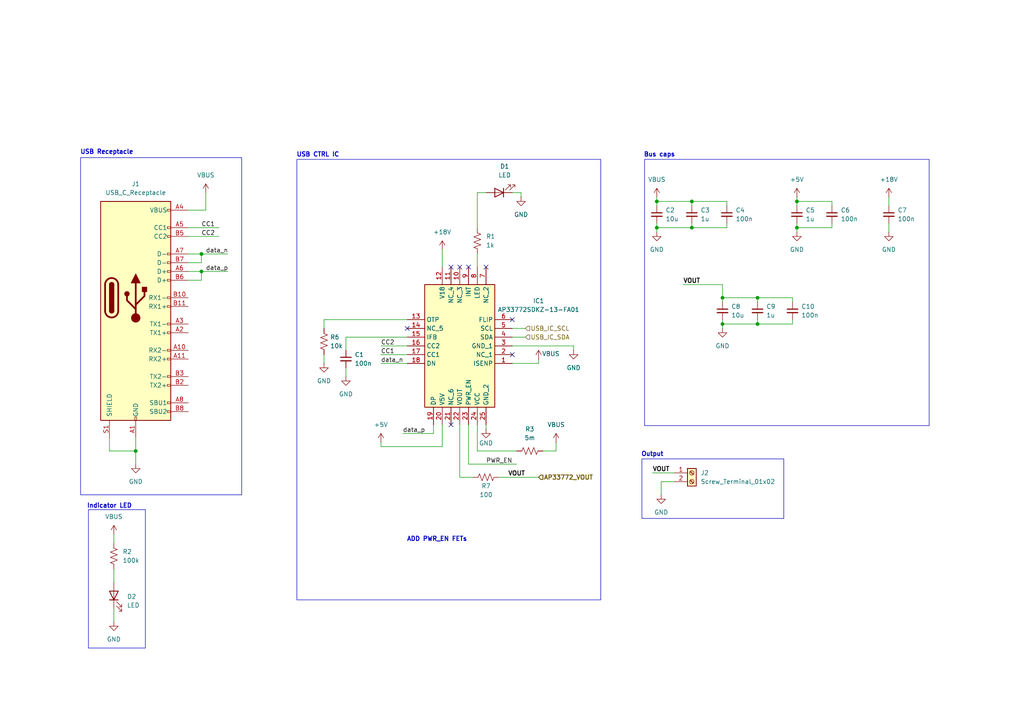
<source format=kicad_sch>
(kicad_sch (version 20250114) (generator "eeschema") (generator_version "9.0")
  (paper "A4")
  (lib_symbols
    (symbol "AP33772SDKZ-13-FA01:AP33772SDKZ-13-FA01"
      (property "Reference" "IC" (at 26.67 17.78 0))
      (property "Value" "AP33772SDKZ-13-FA01" (at 26.67 15.24 0))
      (symbol "AP33772SDKZ-13-FA01_1_1"
        (rectangle (start 5.08 12.7) (end 25.4 -22.86) (stroke (width 0.254)) (fill (type background)))
        (pin passive line (at 0 0 0) (length 5.08) (name "ISENP") (number "1"))
        (pin passive line (at 0 -2.54 0) (length 5.08) (name "NC_1") (number "2"))
        (pin passive line (at 0 -5.08 0) (length 5.08) (name "GND_1") (number "3"))
        (pin passive line (at 0 -7.62 0) (length 5.08) (name "SDA") (number "4"))
        (pin passive line (at 0 -10.16 0) (length 5.08) (name "SCL") (number "5"))
        (pin passive line (at 0 -12.7 0) (length 5.08) (name "FLIP") (number "6"))
        (pin passive line (at 7.62 17.78 270) (length 5.08) (name "GND_2") (number "25"))
        (pin passive line (at 7.62 -27.94 90) (length 5.08) (name "NC_2") (number "7"))
        (pin passive line (at 10.16 17.78 270) (length 5.08) (name "VCC") (number "24"))
        (pin passive line (at 10.16 -27.94 90) (length 5.08) (name "LED") (number "8"))
        (pin passive line (at 12.7 17.78 270) (length 5.08) (name "PWR_EN") (number "23"))
        (pin passive line (at 12.7 -27.94 90) (length 5.08) (name "INT") (number "9"))
        (pin passive line (at 15.24 17.78 270) (length 5.08) (name "VOUT") (number "22"))
        (pin passive line (at 15.24 -27.94 90) (length 5.08) (name "NC_3") (number "10"))
        (pin passive line (at 17.78 17.78 270) (length 5.08) (name "NC_6") (number "21"))
        (pin passive line (at 17.78 -27.94 90) (length 5.08) (name "NC_4") (number "11"))
        (pin passive line (at 20.32 17.78 270) (length 5.08) (name "V5V") (number "20"))
        (pin passive line (at 20.32 -27.94 90) (length 5.08) (name "V18") (number "12"))
        (pin passive line (at 22.86 17.78 270) (length 5.08) (name "DP") (number "19"))
        (pin passive line (at 30.48 0 180) (length 5.08) (name "DN") (number "18"))
        (pin passive line (at 30.48 -2.54 180) (length 5.08) (name "CC1") (number "17"))
        (pin passive line (at 30.48 -5.08 180) (length 5.08) (name "CC2") (number "16"))
        (pin passive line (at 30.48 -7.62 180) (length 5.08) (name "IFB") (number "15"))
        (pin passive line (at 30.48 -10.16 180) (length 5.08) (name "NC_5") (number "14"))
        (pin passive line (at 30.48 -12.7 180) (length 5.08) (name "OTP") (number "13"))
      )
    )
    (symbol "Connector:Screw_Terminal_01x02" (pin_names (offset 1.016) (hide yes))
      (property "Reference" "J" (at 0 2.54 0))
      (property "Value" "Screw_Terminal_01x02" (at 0 -5.08 0))
      (symbol "Screw_Terminal_01x02_1_1"
        (rectangle (start -1.27 1.27) (end 1.27 -3.81) (stroke (width 0.254)) (fill (type background)))
        (polyline (pts (xy -0.5334 0.3302) (xy 0.3302 -0.508)) (stroke (width 0.1524)))
        (polyline (pts (xy -0.5334 -2.2098) (xy 0.3302 -3.048)) (stroke (width 0.1524)))
        (polyline (pts (xy -0.3556 0.508) (xy 0.508 -0.3302)) (stroke (width 0.1524)))
        (polyline (pts (xy -0.3556 -2.032) (xy 0.508 -2.8702)) (stroke (width 0.1524)))
        (circle (center 0 0) (radius 0.635) (stroke (width 0.1524)))
        (circle (center 0 -2.54) (radius 0.635) (stroke (width 0.1524)))
        (pin passive line (at -5.08 0 0) (length 3.81) (name "Pin_1") (number "1"))
        (pin passive line (at -5.08 -2.54 0) (length 3.81) (name "Pin_2") (number "2"))
      )
    )
    (symbol "Connector:USB_C_Receptacle" (pin_names (offset 1.016))
      (property "Reference" "J" (at -10.16 29.21 0))
      (property "Value" "USB_C_Receptacle" (at 10.16 29.21 0))
      (symbol "USB_C_Receptacle_0_0"
        (rectangle (start -0.254 -35.56) (end 0.254 -34.544))
        (rectangle (start 10.16 25.654) (end 9.144 25.146))
        (rectangle (start 10.16 20.574) (end 9.144 20.066))
        (rectangle (start 10.16 18.034) (end 9.144 17.526))
        (rectangle (start 10.16 12.954) (end 9.144 12.446))
        (rectangle (start 10.16 10.414) (end 9.144 9.906))
        (rectangle (start 10.16 7.874) (end 9.144 7.366))
        (rectangle (start 10.16 5.334) (end 9.144 4.826))
        (rectangle (start 10.16 0.254) (end 9.144 -0.254))
        (rectangle (start 10.16 -2.286) (end 9.144 -2.794))
        (rectangle (start 10.16 -7.366) (end 9.144 -7.874))
        (rectangle (start 10.16 -9.906) (end 9.144 -10.414))
        (rectangle (start 10.16 -14.986) (end 9.144 -15.494))
        (rectangle (start 10.16 -17.526) (end 9.144 -18.034))
        (rectangle (start 10.16 -22.606) (end 9.144 -23.114))
        (rectangle (start 10.16 -25.146) (end 9.144 -25.654))
        (rectangle (start 10.16 -30.226) (end 9.144 -30.734))
        (rectangle (start 10.16 -32.766) (end 9.144 -33.274))
      )
      (symbol "USB_C_Receptacle_0_1"
        (rectangle (start -10.16 27.94) (end 10.16 -35.56) (stroke (width 0.254)) (fill (type background)))
        (polyline (pts (xy -8.89 -3.81) (xy -8.89 3.81)) (stroke (width 0.508)))
        (rectangle (start -7.62 -3.81) (end -6.35 3.81) (stroke (width 0.254)) (fill (type outline)))
        (arc (start -7.62 3.81) (mid -6.985 4.4423) (end -6.35 3.81) (stroke (width 0.254)))
        (arc (start -7.62 3.81) (mid -6.985 4.4423) (end -6.35 3.81) (stroke (width 0.254)) (fill (type outline)))
        (arc (start -8.89 3.81) (mid -6.985 5.7067) (end -5.08 3.81) (stroke (width 0.508)))
        (arc (start -5.08 -3.81) (mid -6.985 -5.7067) (end -8.89 -3.81) (stroke (width 0.508)))
        (arc (start -6.35 -3.81) (mid -6.985 -4.4423) (end -7.62 -3.81) (stroke (width 0.254)))
        (arc (start -6.35 -3.81) (mid -6.985 -4.4423) (end -7.62 -3.81) (stroke (width 0.254)) (fill (type outline)))
        (polyline (pts (xy -5.08 3.81) (xy -5.08 -3.81)) (stroke (width 0.508)))
      )
      (symbol "USB_C_Receptacle_1_1"
        (circle (center -2.54 1.143) (radius 0.635) (stroke (width 0.254)) (fill (type outline)))
        (polyline (pts (xy -1.27 4.318) (xy 0 6.858) (xy 1.27 4.318) (xy -1.27 4.318)) (stroke (width 0.254)) (fill (type outline)))
        (polyline (pts (xy 0 -2.032) (xy 2.54 0.508) (xy 2.54 1.778)) (stroke (width 0.508)))
        (polyline (pts (xy 0 -3.302) (xy -2.54 -0.762) (xy -2.54 0.508)) (stroke (width 0.508)))
        (polyline (pts (xy 0 -5.842) (xy 0 4.318)) (stroke (width 0.508)))
        (circle (center 0 -5.842) (radius 1.27) (fill (type outline)))
        (rectangle (start 1.905 1.778) (end 3.175 3.048) (stroke (width 0.254)) (fill (type outline)))
        (pin passive line (at -7.62 -40.64 90) (length 5.08) (name "SHIELD") (number "S1"))
        (pin passive line (at 0 -40.64 90) (length 5.08) (name "GND") (number "A1"))
        (pin passive line (at 0 -40.64 90) (length 5.08) (hide yes) (name "GND") (number "A12"))
        (pin passive line (at 0 -40.64 90) (length 5.08) (hide yes) (name "GND") (number "B1"))
        (pin passive line (at 0 -40.64 90) (length 5.08) (hide yes) (name "GND") (number "B12"))
        (pin passive line (at 15.24 25.4 180) (length 5.08) (name "VBUS") (number "A4"))
        (pin passive line (at 15.24 25.4 180) (length 5.08) (hide yes) (name "VBUS") (number "A9"))
        (pin passive line (at 15.24 25.4 180) (length 5.08) (hide yes) (name "VBUS") (number "B4"))
        (pin passive line (at 15.24 25.4 180) (length 5.08) (hide yes) (name "VBUS") (number "B9"))
        (pin bidirectional line (at 15.24 20.32 180) (length 5.08) (name "CC1") (number "A5"))
        (pin bidirectional line (at 15.24 17.78 180) (length 5.08) (name "CC2") (number "B5"))
        (pin bidirectional line (at 15.24 12.7 180) (length 5.08) (name "D-") (number "A7"))
        (pin bidirectional line (at 15.24 10.16 180) (length 5.08) (name "D-") (number "B7"))
        (pin bidirectional line (at 15.24 7.62 180) (length 5.08) (name "D+") (number "A6"))
        (pin bidirectional line (at 15.24 5.08 180) (length 5.08) (name "D+") (number "B6"))
        (pin bidirectional line (at 15.24 0 180) (length 5.08) (name "RX1-") (number "B10"))
        (pin bidirectional line (at 15.24 -2.54 180) (length 5.08) (name "RX1+") (number "B11"))
        (pin bidirectional line (at 15.24 -7.62 180) (length 5.08) (name "TX1-") (number "A3"))
        (pin bidirectional line (at 15.24 -10.16 180) (length 5.08) (name "TX1+") (number "A2"))
        (pin bidirectional line (at 15.24 -15.24 180) (length 5.08) (name "RX2-") (number "A10"))
        (pin bidirectional line (at 15.24 -17.78 180) (length 5.08) (name "RX2+") (number "A11"))
        (pin bidirectional line (at 15.24 -22.86 180) (length 5.08) (name "TX2-") (number "B3"))
        (pin bidirectional line (at 15.24 -25.4 180) (length 5.08) (name "TX2+") (number "B2"))
        (pin bidirectional line (at 15.24 -30.48 180) (length 5.08) (name "SBU1") (number "A8"))
        (pin bidirectional line (at 15.24 -33.02 180) (length 5.08) (name "SBU2") (number "B8"))
      )
    )
    (symbol "Device:C_Small" (pin_numbers (hide yes)) (pin_names (offset 0.254) (hide yes))
      (property "Reference" "C" (at 0.254 1.778 0))
      (property "Value" "C_Small" (at 0.254 -2.032 0))
      (symbol "C_Small_0_1"
        (polyline (pts (xy -1.524 0.508) (xy 1.524 0.508)) (stroke (width 0.3048)))
        (polyline (pts (xy -1.524 -0.508) (xy 1.524 -0.508)) (stroke (width 0.3302)))
      )
      (symbol "C_Small_1_1"
        (pin passive line (at 0 2.54 270) (length 2.032) (name "~") (number "1"))
        (pin passive line (at 0 -2.54 90) (length 2.032) (name "~") (number "2"))
      )
    )
    (symbol "Device:LED" (pin_numbers (hide yes)) (pin_names (offset 1.016) (hide yes))
      (property "Reference" "D" (at 0 2.54 0))
      (property "Value" "LED" (at 0 -2.54 0))
      (symbol "LED_0_1"
        (polyline (pts (xy -3.048 -0.762) (xy -4.572 -2.286) (xy -3.81 -2.286) (xy -4.572 -2.286) (xy -4.572 -1.524)))
        (polyline (pts (xy -1.778 -0.762) (xy -3.302 -2.286) (xy -2.54 -2.286) (xy -3.302 -2.286) (xy -3.302 -1.524)))
        (polyline (pts (xy -1.27 0) (xy 1.27 0)))
        (polyline (pts (xy -1.27 -1.27) (xy -1.27 1.27)) (stroke (width 0.254)))
        (polyline (pts (xy 1.27 -1.27) (xy 1.27 1.27) (xy -1.27 0) (xy 1.27 -1.27)) (stroke (width 0.254)))
      )
      (symbol "LED_1_1"
        (pin passive line (at -3.81 0 0) (length 2.54) (name "K") (number "1"))
        (pin passive line (at 3.81 0 180) (length 2.54) (name "A") (number "2"))
      )
    )
    (symbol "Device:R_US" (pin_numbers (hide yes)) (pin_names (offset 0))
      (property "Reference" "R" (at 2.54 0 90))
      (property "Value" "R_US" (at -2.54 0 90))
      (symbol "R_US_0_1"
        (polyline (pts (xy 0 2.286) (xy 0 2.54)))
        (polyline (pts (xy 0 2.286) (xy 1.016 1.905) (xy 0 1.524) (xy -1.016 1.143) (xy 0 0.762)))
        (polyline (pts (xy 0 0.762) (xy 1.016 0.381) (xy 0 0) (xy -1.016 -0.381) (xy 0 -0.762)))
        (polyline (pts (xy 0 -0.762) (xy 1.016 -1.143) (xy 0 -1.524) (xy -1.016 -1.905) (xy 0 -2.286)))
        (polyline (pts (xy 0 -2.286) (xy 0 -2.54)))
      )
      (symbol "R_US_1_1"
        (pin passive line (at 0 3.81 270) (length 1.27) (name "~") (number "1"))
        (pin passive line (at 0 -3.81 90) (length 1.27) (name "~") (number "2"))
      )
    )
    (symbol "power:+5V" (power) (pin_numbers (hide yes)) (pin_names (offset 0) (hide yes))
      (property "Value" "+5V" (at 0 3.556 0))
      (symbol "+5V_0_1"
        (polyline (pts (xy -0.762 1.27) (xy 0 2.54)))
        (polyline (pts (xy 0 2.54) (xy 0.762 1.27)))
        (polyline (pts (xy 0 0) (xy 0 2.54)))
      )
      (symbol "+5V_1_1"
        (pin power_in line (at 0 0 90) (length 0) (name "~") (number "1"))
      )
    )
    (symbol "power:GND" (power) (pin_numbers (hide yes)) (pin_names (offset 0) (hide yes))
      (property "Value" "GND" (at 0 -3.81 0))
      (symbol "GND_0_1"
        (polyline (pts (xy 0 0) (xy 0 -1.27) (xy 1.27 -1.27) (xy 0 -2.54) (xy -1.27 -1.27) (xy 0 -1.27)))
      )
      (symbol "GND_1_1"
        (pin power_in line (at 0 0 270) (length 0) (name "~") (number "1"))
      )
    )
    (symbol "power:VBUS" (power) (pin_numbers (hide yes)) (pin_names (offset 0) (hide yes))
      (property "Value" "VBUS" (at 0 3.556 0))
      (symbol "VBUS_0_1"
        (polyline (pts (xy -0.762 1.27) (xy 0 2.54)))
        (polyline (pts (xy 0 2.54) (xy 0.762 1.27)))
        (polyline (pts (xy 0 0) (xy 0 2.54)))
      )
      (symbol "VBUS_1_1"
        (pin power_in line (at 0 0 90) (length 0) (name "~") (number "1"))
      )
    )
  )
  (rectangle (start 25.654 147.828) (end 42.164 187.96))
  (rectangle (start 186.944 46.228) (end 269.494 123.444))
  (rectangle (start 23.368 45.72) (end 70.104 143.51))
  (rectangle (start 186.182 133.096) (end 227.33 150.368))
  (rectangle (start 86.106 46.228) (end 174.244 173.99))
  (text "Indicator LED\n" (at 31.75 146.812 0) (effects (font (size 1.27 1.27) (thickness 0.254) (bold yes))))
  (text "USB Receptacle\n" (at 30.988 44.196 0) (effects (font (size 1.27 1.27) (thickness 0.254) (bold yes))))
  (text "Output\n\n" (at 189.23 132.842 0) (effects (font (size 1.27 1.27) (thickness 0.254) (bold yes))))
  (text "Bus caps\n\n" (at 191.262 45.974 0) (effects (font (size 1.27 1.27) (thickness 0.254) (bold yes))))
  (text "USB CTRL IC\n" (at 92.202 44.958 0) (effects (font (size 1.27 1.27) (thickness 0.254) (bold yes))))
  (text "ADD PWR_EN FETs\n" (at 126.746 156.464 0) (effects (font (size 1.27 1.27) (thickness 0.254) (bold yes))))
  (junction (at 190.5 66.04))
  (junction (at 58.42 78.74))
  (junction (at 219.71 86.36))
  (junction (at 231.14 66.04))
  (junction (at 209.55 93.98))
  (junction (at 200.66 58.42))
  (junction (at 219.71 93.98))
  (junction (at 231.14 58.42))
  (junction (at 58.42 73.66))
  (junction (at 200.66 66.04))
  (junction (at 209.55 86.36))
  (junction (at 39.37 130.81))
  (junction (at 190.5 58.42))
  (no_connect (at 148.59 102.87))
  (no_connect (at 133.35 77.47))
  (no_connect (at 130.81 77.47))
  (no_connect (at 148.59 92.71))
  (no_connect (at 135.89 77.47))
  (no_connect (at 140.97 77.47))
  (no_connect (at 130.81 123.19))
  (no_connect (at 118.11 95.25))
  (wire (pts (xy 200.66 58.42) (xy 200.66 59.69)))
  (wire (pts (xy 140.97 124.46) (xy 140.97 123.19)))
  (wire (pts (xy 58.42 73.66) (xy 58.42 76.2)))
  (wire (pts (xy 116.84 125.73) (xy 125.73 125.73)))
  (wire (pts (xy 110.49 102.87) (xy 118.11 102.87)))
  (wire (pts (xy 200.66 66.04) (xy 210.82 66.04)))
  (wire (pts (xy 54.61 68.58) (xy 63.5 68.58)))
  (wire (pts (xy 54.61 81.28) (xy 58.42 81.28)))
  (wire (pts (xy 190.5 58.42) (xy 200.66 58.42)))
  (wire (pts (xy 231.14 58.42) (xy 241.3 58.42)))
  (wire (pts (xy 110.49 105.41) (xy 118.11 105.41)))
  (wire (pts (xy 166.37 101.6) (xy 166.37 100.33)))
  (wire (pts (xy 241.3 58.42) (xy 241.3 59.69)))
  (wire (pts (xy 128.27 72.39) (xy 128.27 77.47)))
  (wire (pts (xy 54.61 66.04) (xy 63.5 66.04)))
  (wire (pts (xy 190.5 58.42) (xy 190.5 59.69)))
  (wire (pts (xy 138.43 130.81) (xy 149.86 130.81)))
  (wire (pts (xy 110.49 100.33) (xy 118.11 100.33)))
  (wire (pts (xy 161.29 128.27) (xy 161.29 130.81)))
  (wire (pts (xy 59.69 55.88) (xy 59.69 60.96)))
  (wire (pts (xy 138.43 73.66) (xy 138.43 77.47)))
  (wire (pts (xy 257.81 64.77) (xy 257.81 67.31)))
  (wire (pts (xy 93.98 102.87) (xy 93.98 105.41)))
  (wire (pts (xy 110.49 129.54) (xy 128.27 129.54)))
  (wire (pts (xy 219.71 92.71) (xy 219.71 93.98)))
  (wire (pts (xy 210.82 66.04) (xy 210.82 64.77)))
  (wire (pts (xy 190.5 64.77) (xy 190.5 66.04)))
  (wire (pts (xy 156.21 104.14) (xy 156.21 105.41)))
  (wire (pts (xy 219.71 86.36) (xy 229.87 86.36)))
  (wire (pts (xy 241.3 64.77) (xy 241.3 66.04)))
  (wire (pts (xy 166.37 100.33) (xy 148.59 100.33)))
  (wire (pts (xy 118.11 92.71) (xy 93.98 92.71)))
  (wire (pts (xy 31.75 130.81) (xy 39.37 130.81)))
  (wire (pts (xy 125.73 123.19) (xy 125.73 125.73)))
  (wire (pts (xy 39.37 127) (xy 39.37 130.81)))
  (wire (pts (xy 209.55 93.98) (xy 209.55 95.25)))
  (wire (pts (xy 219.71 86.36) (xy 219.71 87.63)))
  (wire (pts (xy 58.42 73.66) (xy 66.04 73.66)))
  (wire (pts (xy 209.55 93.98) (xy 219.71 93.98)))
  (wire (pts (xy 210.82 58.42) (xy 210.82 59.69)))
  (wire (pts (xy 231.14 66.04) (xy 231.14 67.31)))
  (wire (pts (xy 93.98 92.71) (xy 93.98 95.25)))
  (wire (pts (xy 59.69 60.96) (xy 54.61 60.96)))
  (wire (pts (xy 195.58 139.7) (xy 191.77 139.7)))
  (wire (pts (xy 144.78 138.43) (xy 156.21 138.43)))
  (wire (pts (xy 133.35 138.43) (xy 137.16 138.43)))
  (wire (pts (xy 58.42 78.74) (xy 66.04 78.74)))
  (wire (pts (xy 200.66 58.42) (xy 210.82 58.42)))
  (wire (pts (xy 231.14 57.15) (xy 231.14 58.42)))
  (wire (pts (xy 110.49 128.27) (xy 110.49 129.54)))
  (wire (pts (xy 54.61 73.66) (xy 58.42 73.66)))
  (wire (pts (xy 229.87 93.98) (xy 229.87 92.71)))
  (wire (pts (xy 138.43 55.88) (xy 138.43 66.04)))
  (wire (pts (xy 33.02 154.94) (xy 33.02 157.48)))
  (wire (pts (xy 128.27 129.54) (xy 128.27 123.19)))
  (wire (pts (xy 54.61 78.74) (xy 58.42 78.74)))
  (wire (pts (xy 138.43 123.19) (xy 138.43 130.81)))
  (wire (pts (xy 39.37 130.81) (xy 39.37 134.62)))
  (wire (pts (xy 209.55 82.55) (xy 209.55 86.36)))
  (wire (pts (xy 209.55 86.36) (xy 219.71 86.36)))
  (wire (pts (xy 33.02 165.1) (xy 33.02 168.91)))
  (wire (pts (xy 135.89 134.62) (xy 149.86 134.62)))
  (wire (pts (xy 191.77 139.7) (xy 191.77 143.51)))
  (wire (pts (xy 190.5 66.04) (xy 200.66 66.04)))
  (wire (pts (xy 231.14 66.04) (xy 241.3 66.04)))
  (wire (pts (xy 229.87 86.36) (xy 229.87 87.63)))
  (wire (pts (xy 100.33 106.68) (xy 100.33 109.22)))
  (wire (pts (xy 148.59 105.41) (xy 156.21 105.41)))
  (wire (pts (xy 200.66 64.77) (xy 200.66 66.04)))
  (wire (pts (xy 118.11 97.79) (xy 100.33 97.79)))
  (wire (pts (xy 31.75 127) (xy 31.75 130.81)))
  (wire (pts (xy 140.97 55.88) (xy 138.43 55.88)))
  (wire (pts (xy 190.5 57.15) (xy 190.5 58.42)))
  (wire (pts (xy 190.5 66.04) (xy 190.5 67.31)))
  (wire (pts (xy 133.35 123.19) (xy 133.35 138.43)))
  (wire (pts (xy 58.42 76.2) (xy 54.61 76.2)))
  (wire (pts (xy 231.14 58.42) (xy 231.14 59.69)))
  (wire (pts (xy 257.81 57.15) (xy 257.81 59.69)))
  (wire (pts (xy 157.48 130.81) (xy 161.29 130.81)))
  (wire (pts (xy 198.12 82.55) (xy 209.55 82.55)))
  (wire (pts (xy 231.14 64.77) (xy 231.14 66.04)))
  (wire (pts (xy 135.89 123.19) (xy 135.89 134.62)))
  (wire (pts (xy 33.02 176.53) (xy 33.02 180.34)))
  (wire (pts (xy 148.59 55.88) (xy 151.13 55.88)))
  (wire (pts (xy 148.59 97.79) (xy 152.4 97.79)))
  (wire (pts (xy 209.55 92.71) (xy 209.55 93.98)))
  (wire (pts (xy 58.42 78.74) (xy 58.42 81.28)))
  (wire (pts (xy 151.13 55.88) (xy 151.13 57.15)))
  (wire (pts (xy 209.55 86.36) (xy 209.55 87.63)))
  (wire (pts (xy 189.23 137.16) (xy 195.58 137.16)))
  (wire (pts (xy 148.59 95.25) (xy 152.4 95.25)))
  (wire (pts (xy 100.33 97.79) (xy 100.33 101.6)))
  (wire (pts (xy 219.71 93.98) (xy 229.87 93.98)))
  (label "data_p" (at 116.84 125.73 0))
  (label "CC1" (at 58.42 66.04 0))
  (label "CC2" (at 58.42 68.58 0))
  (label "VOUT" (at 147.32 138.43 0) (effects (font (thickness 0.254) (bold yes))))
  (label "data_n" (at 59.69 73.66 0))
  (label "VOUT" (at 198.12 82.55 0) (effects (font (thickness 0.254) (bold yes))))
  (label "CC1" (at 110.49 102.87 0))
  (label "data_n" (at 110.49 105.41 0))
  (label "data_p" (at 59.69 78.74 0))
  (label "VOUT" (at 189.23 137.16 0) (effects (font (thickness 0.254) (bold yes))))
  (label "CC2" (at 110.49 100.33 0))
  (label "PWR_EN" (at 140.97 134.62 0))
  (hierarchical_label "USB_IC_SCL" (shape input) (at 152.4 95.25 0))
  (hierarchical_label "USB_IC_SDA" (shape input) (at 152.4 97.79 0))
  (hierarchical_label "AP33772_VOUT" (shape input) (at 156.21 138.43 0) (effects (font (thickness 0.254) (bold yes))))
  (symbol (lib_id "Device:C_Small") (at 210.82 62.23 0) (unit 1)
    (property "Reference" "C4" (at 213.36 60.9662 0) (effects (justify left)))
    (property "Value" "100n" (at 213.36 63.5062 0) (effects (justify left)))
    (property "Description" "Unpolarized capacitor, small symbol" (effects (hide yes)))
  )
  (symbol (lib_id "power:VBUS") (at 161.29 128.27 0) (unit 1)
    (property "Reference" "#PWR011" (effects (hide yes)))
    (property "Value" "VBUS" (at 161.29 123.19 0))
    (property "Description" "Power symbol creates a global label with name \"VBUS\"" (effects (hide yes)))
  )
  (symbol (lib_id "power:GND") (at 257.81 67.31 0) (unit 1)
    (property "Reference" "#PWR017" (effects (hide yes)))
    (property "Value" "GND" (at 257.81 72.39 0))
    (property "Description" "Power symbol creates a global label with name \"GND\" , ground" (effects (hide yes)))
  )
  (symbol (lib_id "power:GND") (at 39.37 134.62 0) (unit 1)
    (property "Reference" "#PWR02" (effects (hide yes)))
    (property "Value" "GND" (at 39.37 139.7 0))
    (property "Description" "Power symbol creates a global label with name \"GND\" , ground" (effects (hide yes)))
  )
  (symbol (lib_id "power:GND") (at 166.37 101.6 0) (unit 1)
    (property "Reference" "#PWR010" (effects (hide yes)))
    (property "Value" "GND" (at 166.37 106.68 0))
    (property "Description" "Power symbol creates a global label with name \"GND\" , ground" (effects (hide yes)))
  )
  (symbol (lib_id "power:GND") (at 190.5 67.31 0) (unit 1)
    (property "Reference" "#PWR08" (effects (hide yes)))
    (property "Value" "GND" (at 190.5 72.39 0))
    (property "Description" "Power symbol creates a global label with name \"GND\" , ground" (effects (hide yes)))
  )
  (symbol (lib_id "Device:R_US") (at 93.98 99.06 0) (unit 1)
    (property "Reference" "R6" (at 95.758 97.79 0) (effects (justify left)))
    (property "Value" "10k" (at 95.758 100.33 0) (effects (justify left)))
    (property "Description" "Resistor, US symbol" (effects (hide yes)))
  )
  (symbol (lib_id "Device:C_Small") (at 190.5 62.23 0) (unit 1)
    (property "Reference" "C2" (at 193.04 60.9662 0) (effects (justify left)))
    (property "Value" "10u" (at 193.04 63.5062 0) (effects (justify left)))
    (property "Description" "Unpolarized capacitor, small symbol" (effects (hide yes)))
  )
  (symbol (lib_id "power:GND") (at 191.77 143.51 0) (unit 1)
    (property "Reference" "#PWR021" (effects (hide yes)))
    (property "Value" "GND" (at 191.77 148.59 0))
    (property "Description" "Power symbol creates a global label with name \"GND\" , ground" (effects (hide yes)))
  )
  (symbol (lib_id "Device:C_Small") (at 219.71 90.17 0) (unit 1)
    (property "Reference" "C9" (at 222.25 88.9062 0) (effects (justify left)))
    (property "Value" "1u" (at 222.25 91.4462 0) (effects (justify left)))
    (property "Description" "Unpolarized capacitor, small symbol" (effects (hide yes)))
  )
  (symbol (lib_id "Device:C_Small") (at 241.3 62.23 0) (unit 1)
    (property "Reference" "C6" (at 243.84 60.9662 0) (effects (justify left)))
    (property "Value" "100n" (at 243.84 63.5062 0) (effects (justify left)))
    (property "Description" "Unpolarized capacitor, small symbol" (effects (hide yes)))
  )
  (symbol (lib_id "power:+5V") (at 110.49 128.27 0) (unit 1)
    (property "Reference" "#PWR04" (effects (hide yes)))
    (property "Value" "+5V" (at 110.49 123.19 0))
    (property "Description" "Power symbol creates a global label with name \"+5V\"" (effects (hide yes)))
  )
  (symbol (lib_id "AP33772SDKZ-13-FA01:AP33772SDKZ-13-FA01") (at 148.59 105.41 180) (unit 1)
    (property "Reference" "IC1" (at 156.21 87.2646 0))
    (property "Value" "AP33772SDKZ-13-FA01" (at 156.21 89.8046 0))
    (property "Footprint" "AP33772SDKZ13FA01" (effects (hide yes)))
    (property "Datasheet" "https://www.diodes.com/datasheet/download/AP33772S.pdf" (effects (hide yes)))
    (property "Description" "USB, Type-C Controller PMIC W-QFN4040-24 (Type A1)" (effects (hide yes)))
    (property "Height" "0.8" (effects (hide yes)))
    (property "Mouser Part Number" "621-P33772SDKZ13FA01" (effects (hide yes)))
    (property "Mouser Price/Stock" "https://www.mouser.co.uk/ProductDetail/Diodes-Incorporated/AP33772SDKZ-13-FA01?qs=2wMNvWM5ZX4CLYQ4%252BLyimw%3D%3D" (effects (hide yes)))
    (property "Manufacturer_Name" "Diodes Incorporated" (effects (hide yes)))
    (property "Manufacturer_Part_Number" "AP33772SDKZ-13-FA01" (effects (hide yes)))
  )
  (symbol (lib_id "Device:R_US") (at 33.02 161.29 0) (unit 1)
    (property "Reference" "R2" (at 35.56 160.0199 0) (effects (justify left)))
    (property "Value" "100k" (at 35.56 162.5599 0) (effects (justify left)))
    (property "Description" "Resistor, US symbol" (effects (hide yes)))
  )
  (symbol (lib_id "power:+5V") (at 231.14 57.15 0) (unit 1)
    (property "Reference" "#PWR013" (effects (hide yes)))
    (property "Value" "+5V" (at 231.14 52.07 0))
    (property "Description" "Power symbol creates a global label with name \"+5V\"" (effects (hide yes)))
  )
  (symbol (lib_id "Device:R_US") (at 153.67 130.81 270) (unit 1)
    (property "Reference" "R3" (at 153.67 124.46 90))
    (property "Value" "5m" (at 153.67 127 90))
    (property "Description" "Resistor, US symbol" (effects (hide yes)))
  )
  (symbol (lib_id "Device:LED") (at 144.78 55.88 180) (unit 1)
    (property "Reference" "D1" (at 146.3675 48.26 0))
    (property "Value" "LED" (at 146.3675 50.8 0))
    (property "Description" "Light emitting diode" (effects (hide yes)))
    (property "Sim.Pins" "1=K 2=A" (effects (hide yes)))
  )
  (symbol (lib_id "power:VBUS") (at 156.21 104.14 0) (unit 1)
    (property "Reference" "#PWR020" (effects (hide yes)))
    (property "Value" "VBUS" (at 159.766 102.616 0))
    (property "Description" "Power symbol creates a global label with name \"VBUS\"" (effects (hide yes)))
  )
  (symbol (lib_id "power:GND") (at 151.13 57.15 0) (unit 1)
    (property "Reference" "#PWR03" (effects (hide yes)))
    (property "Value" "GND" (at 151.13 62.23 0))
    (property "Description" "Power symbol creates a global label with name \"GND\" , ground" (effects (hide yes)))
  )
  (symbol (lib_id "Device:R_US") (at 140.97 138.43 270) (unit 1)
    (property "Reference" "R7" (at 140.97 140.97 90))
    (property "Value" "100" (at 140.97 143.51 90))
    (property "Description" "Resistor, US symbol" (effects (hide yes)))
  )
  (symbol (lib_id "power:GND") (at 209.55 95.25 0) (unit 1)
    (property "Reference" "#PWR022" (effects (hide yes)))
    (property "Value" "GND" (at 209.55 100.33 0))
    (property "Description" "Power symbol creates a global label with name \"GND\" , ground" (effects (hide yes)))
  )
  (symbol (lib_id "Device:R_US") (at 138.43 69.85 0) (unit 1)
    (property "Reference" "R1" (at 140.97 68.5799 0) (effects (justify left)))
    (property "Value" "1k" (at 140.97 71.1199 0) (effects (justify left)))
    (property "Description" "Resistor, US symbol" (effects (hide yes)))
  )
  (symbol (lib_id "power:VBUS") (at 190.5 57.15 0) (unit 1)
    (property "Reference" "#PWR07" (effects (hide yes)))
    (property "Value" "VBUS" (at 190.5 52.07 0))
    (property "Description" "Power symbol creates a global label with name \"VBUS\"" (effects (hide yes)))
  )
  (symbol (lib_id "power:GND") (at 100.33 109.22 0) (unit 1)
    (property "Reference" "#PWR018" (effects (hide yes)))
    (property "Value" "GND" (at 100.33 114.3 0))
    (property "Description" "Power symbol creates a global label with name \"GND\" , ground" (effects (hide yes)))
  )
  (symbol (lib_id "Device:C_Small") (at 200.66 62.23 0) (unit 1)
    (property "Reference" "C3" (at 203.2 60.9662 0) (effects (justify left)))
    (property "Value" "1u" (at 203.2 63.5062 0) (effects (justify left)))
    (property "Description" "Unpolarized capacitor, small symbol" (effects (hide yes)))
  )
  (symbol (lib_id "power:VBUS") (at 59.69 55.88 0) (unit 1)
    (property "Reference" "#PWR01" (effects (hide yes)))
    (property "Value" "VBUS" (at 59.69 50.8 0))
    (property "Description" "Power symbol creates a global label with name \"VBUS\"" (effects (hide yes)))
  )
  (symbol (lib_id "power:GND") (at 140.97 124.46 0) (unit 1)
    (property "Reference" "#PWR09" (effects (hide yes)))
    (property "Value" "GND" (at 140.97 128.524 0))
    (property "Description" "Power symbol creates a global label with name \"GND\" , ground" (effects (hide yes)))
  )
  (symbol (lib_id "Connector:Screw_Terminal_01x02") (at 200.66 137.16 0) (unit 1)
    (property "Reference" "J2" (at 203.2 137.1599 0) (effects (justify left)))
    (property "Value" "Screw_Terminal_01x02" (at 203.2 139.6999 0) (effects (justify left)))
    (property "Description" "Generic screw terminal, single row, 01x02, script generated (kicad-library-utils/schlib/autogen/connector/)" (effects (hide yes)))
  )
  (symbol (lib_id "power:GND") (at 33.02 180.34 0) (unit 1)
    (property "Reference" "#PWR06" (effects (hide yes)))
    (property "Value" "GND" (at 33.02 185.42 0))
    (property "Description" "Power symbol creates a global label with name \"GND\" , ground" (effects (hide yes)))
  )
  (symbol (lib_id "Device:LED") (at 33.02 172.72 90) (unit 1)
    (property "Reference" "D2" (at 36.83 173.0374 90) (effects (justify right)))
    (property "Value" "LED" (at 36.83 175.5774 90) (effects (justify right)))
    (property "Description" "Light emitting diode" (effects (hide yes)))
    (property "Sim.Pins" "1=K 2=A" (effects (hide yes)))
  )
  (symbol (lib_id "Device:C_Small") (at 257.81 62.23 0) (unit 1)
    (property "Reference" "C7" (at 260.35 60.9662 0) (effects (justify left)))
    (property "Value" "100n" (at 260.35 63.5062 0) (effects (justify left)))
    (property "Description" "Unpolarized capacitor, small symbol" (effects (hide yes)))
  )
  (symbol (lib_id "Connector:USB_C_Receptacle") (at 39.37 86.36 0) (unit 1)
    (property "Reference" "J1" (at 39.37 53.34 0))
    (property "Value" "USB_C_Receptacle" (at 39.37 55.88 0))
    (property "Datasheet" "https://www.usb.org/sites/default/files/documents/usb_type-c.zip" (effects (hide yes)))
    (property "Description" "USB Full-Featured Type-C Receptacle connector" (effects (hide yes)))
  )
  (symbol (lib_id "Device:C_Small") (at 231.14 62.23 0) (unit 1)
    (property "Reference" "C5" (at 233.68 60.9662 0) (effects (justify left)))
    (property "Value" "1u" (at 233.68 63.5062 0) (effects (justify left)))
    (property "Description" "Unpolarized capacitor, small symbol" (effects (hide yes)))
  )
  (symbol (lib_id "Device:C_Small") (at 229.87 90.17 0) (unit 1)
    (property "Reference" "C10" (at 232.41 88.9062 0) (effects (justify left)))
    (property "Value" "100n" (at 232.41 91.4462 0) (effects (justify left)))
    (property "Description" "Unpolarized capacitor, small symbol" (effects (hide yes)))
  )
  (symbol (lib_id "power:+5V") (at 128.27 72.39 0) (unit 1)
    (property "Reference" "#PWR015" (effects (hide yes)))
    (property "Value" "+18V" (at 128.27 67.31 0))
    (property "Description" "Power symbol creates a global label with name \"+5V\"" (effects (hide yes)))
  )
  (symbol (lib_id "power:GND") (at 93.98 105.41 0) (unit 1)
    (property "Reference" "#PWR019" (effects (hide yes)))
    (property "Value" "GND" (at 93.98 110.49 0))
    (property "Description" "Power symbol creates a global label with name \"GND\" , ground" (effects (hide yes)))
  )
  (symbol (lib_id "power:+5V") (at 257.81 57.15 0) (unit 1)
    (property "Reference" "#PWR016" (effects (hide yes)))
    (property "Value" "+18V" (at 257.81 52.07 0))
    (property "Description" "Power symbol creates a global label with name \"+5V\"" (effects (hide yes)))
  )
  (symbol (lib_id "Device:C_Small") (at 100.33 104.14 0) (unit 1)
    (property "Reference" "C1" (at 102.87 102.8762 0) (effects (justify left)))
    (property "Value" "100n" (at 102.87 105.4162 0) (effects (justify left)))
    (property "Description" "Unpolarized capacitor, small symbol" (effects (hide yes)))
  )
  (symbol (lib_id "power:GND") (at 231.14 67.31 0) (unit 1)
    (property "Reference" "#PWR014" (effects (hide yes)))
    (property "Value" "GND" (at 231.14 72.39 0))
    (property "Description" "Power symbol creates a global label with name \"GND\" , ground" (effects (hide yes)))
  )
  (symbol (lib_id "Device:C_Small") (at 209.55 90.17 0) (unit 1)
    (property "Reference" "C8" (at 212.09 88.9062 0) (effects (justify left)))
    (property "Value" "10u" (at 212.09 91.4462 0) (effects (justify left)))
    (property "Description" "Unpolarized capacitor, small symbol" (effects (hide yes)))
  )
  (symbol (lib_id "power:VBUS") (at 33.02 154.94 0) (unit 1)
    (property "Reference" "#PWR05" (effects (hide yes)))
    (property "Value" "VBUS" (at 33.02 149.86 0))
    (property "Description" "Power symbol creates a global label with name \"VBUS\"" (effects (hide yes)))
  )
)
</source>
